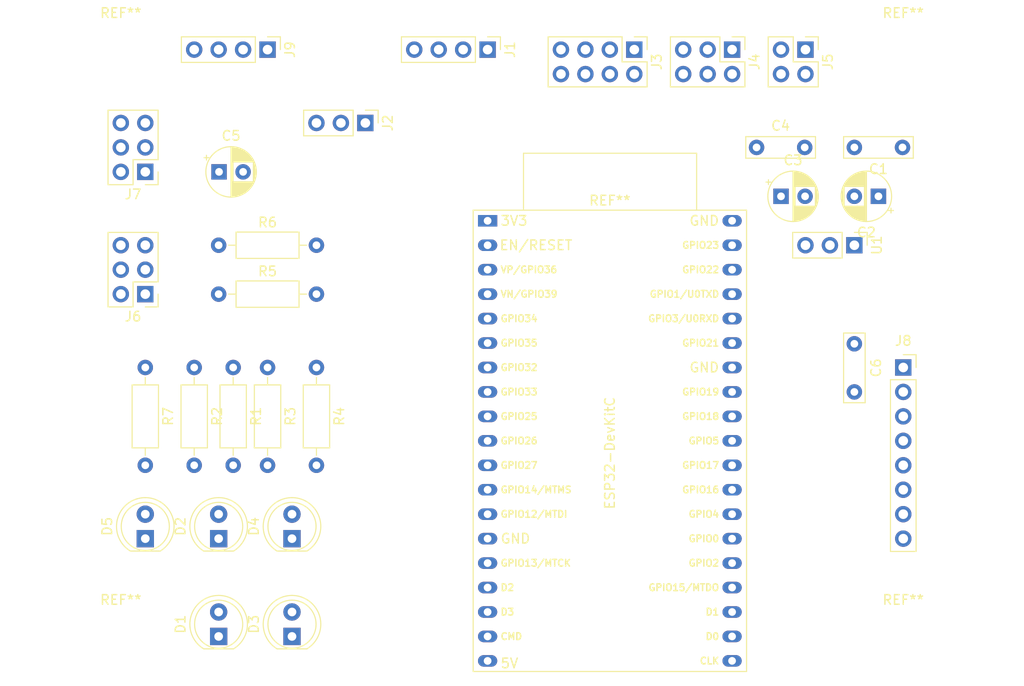
<source format=kicad_pcb>
(kicad_pcb (version 20221018) (generator pcbnew)
  (layers (0 "F.Cu" signal) (31 "B.Cu" signal) (34 "B.Paste" user) (35 "F.Paste" user) (36 "B.SilkS" user "B.Silkscreen") (37 "F.SilkS" user "F.Silkscreen") (38 "B.Mask" user) (39 "F.Mask" user) (44 "Edge.Cuts" user))
  (net 0 "")
  (net 1 "+5VD")
  (net 2 "GND")
  (net 3 "+3V3")
  (net 4 "Net-(C5-Pad1)")
  (net 5 "Net-(D1-A)")
  (net 6 "Net-(D2-A)")
  (net 7 "Net-(D3-A)")
  (net 8 "Net-(D4-A)")
  (net 9 "Net-(D5-A)")
  (net 49 "+12V")
  (footprint "Connector_PinHeader_2.54mm:PinHeader_2x03_P2.54mm_Vertical" (layer "F.Cu") (at 88.9 78.74 180)
    (fp_text reference "J7" (at 1.27 -2.33) (layer "F.SilkS"))
    (fp_text value "5V")
    (pad "1" thru_hole rect (at 0 0 180) (size 1.7 1.7) (drill 1) (layers "*.Cu" "*.Mask") (net 1 "+5VD"))
    (pad "2" thru_hole oval (at 2.54 0 180) (size 1.7 1.7) (drill 1) (layers "*.Cu" "*.Mask") (net 2 "GND"))
    (pad "3" thru_hole oval (at 0 2.54 180) (size 1.7 1.7) (drill 1) (layers "*.Cu" "*.Mask") (net 1 "+5VD"))
    (pad "4" thru_hole oval (at 2.54 2.54 180) (size 1.7 1.7) (drill 1) (layers "*.Cu" "*.Mask") (net 2 "GND"))
    (pad "5" thru_hole oval (at 0 5.08 180) (size 1.7 1.7) (drill 1) (layers "*.Cu" "*.Mask") (net 1 "+5VD"))
    (pad "6" thru_hole oval (at 2.54 5.08 180) (size 1.7 1.7) (drill 1) (layers "*.Cu" "*.Mask") (net 2 "GND"))
  )
  (footprint "LED_THT:LED_D5.0mm" (layer "F.Cu") (at 96.52 127 90)
    (fp_text reference "D1" (at 1.27 -3.96 90) (layer "F.SilkS"))
    (fp_text value "LED LB")
    (pad "1" thru_hole rect (at 0 0 90) (size 1.8 1.8) (drill 0.9) (layers "*.Cu" "*.Mask") (net 2 "GND"))
    (pad "2" thru_hole circle (at 2.54 0 90) (size 1.8 1.8) (drill 0.9) (layers "*.Cu" "*.Mask") (net 5 "Net-(D1-A)"))
  )
  (footprint "Resistor_THT:R_Axial_DIN0207_L6.3mm_D2.5mm_P10.16mm_Horizontal" (layer "F.Cu") (at 88.9 99.06 -90)
    (fp_text reference "R7" (at 5.08 -2.37 90) (layer "F.SilkS"))
    (fp_text value "1K")
    (pad "1" thru_hole circle (at 0 0 270) (size 1.6 1.6) (drill 0.8) (layers "*.Cu" "*.Mask"))
    (pad "2" thru_hole oval (at 10.16 0 270) (size 1.6 1.6) (drill 0.8) (layers "*.Cu" "*.Mask") (net 9 "Net-(D5-A)"))
  )
  (footprint "Capacitor_THT:C_Rect_L7.0mm_W2.0mm_P5.00mm" (layer "F.Cu") (at 162.56 96.6 -90)
    (fp_text reference "C6" (at 2.5 -2.25 90) (layer "F.SilkS"))
    (fp_text value "1n")
    (pad "1" thru_hole circle (at 0 0 270) (size 1.6 1.6) (drill 0.8) (layers "*.Cu" "*.Mask") (net 3 "+3V3"))
    (pad "2" thru_hole circle (at 5 0 270) (size 1.6 1.6) (drill 0.8) (layers "*.Cu" "*.Mask") (net 2 "GND"))
  )
  (footprint "Capacitor_THT:CP_Radial_D5.0mm_P2.50mm" (layer "F.Cu") (at 165.06 81.28 180)
    (fp_text reference "C2" (at 1.25 -3.75) (layer "F.SilkS"))
    (fp_text value "22uF")
    (pad "1" thru_hole rect (at 0 0 180) (size 1.6 1.6) (drill 0.8) (layers "*.Cu" "*.Mask") (net 1 "+5VD"))
    (pad "2" thru_hole circle (at 2.5 0 180) (size 1.6 1.6) (drill 0.8) (layers "*.Cu" "*.Mask") (net 2 "GND"))
  )
  (footprint "Connector_PinHeader_2.54mm:PinHeader_1x03_P2.54mm_Vertical" (layer "F.Cu") (at 111.76 73.66 -90)
    (fp_text reference "J2" (at 0 -2.33 90) (layer "F.SilkS"))
    (fp_text value "Servo")
    (pad "1" thru_hole rect (at 0 0 270) (size 1.7 1.7) (drill 1) (layers "*.Cu" "*.Mask"))
    (pad "2" thru_hole oval (at 0 2.54 270) (size 1.7 1.7) (drill 1) (layers "*.Cu" "*.Mask"))
    (pad "3" thru_hole oval (at 0 5.08 270) (size 1.7 1.7) (drill 1) (layers "*.Cu" "*.Mask"))
  )
  (footprint "Connector_PinSocket_2.54mm:PinSocket_1x08_P2.54mm_Vertical" (layer "F.Cu") (at 167.64 99.06)
    (fp_text reference "J8" (at 0 -2.77) (layer "F.SilkS"))
    (fp_text value "GY521")
    (pad "1" thru_hole rect (at 0 0) (size 1.7 1.7) (drill 1) (layers "*.Cu" "*.Mask") (net 3 "+3V3"))
    (pad "2" thru_hole oval (at 0 2.54) (size 1.7 1.7) (drill 1) (layers "*.Cu" "*.Mask") (net 2 "GND"))
    (pad "3" thru_hole oval (at 0 5.08) (size 1.7 1.7) (drill 1) (layers "*.Cu" "*.Mask"))
    (pad "4" thru_hole oval (at 0 7.62) (size 1.7 1.7) (drill 1) (layers "*.Cu" "*.Mask"))
    (pad "5" thru_hole oval (at 0 10.16) (size 1.7 1.7) (drill 1) (layers "*.Cu" "*.Mask"))
    (pad "6" thru_hole oval (at 0 12.7) (size 1.7 1.7) (drill 1) (layers "*.Cu" "*.Mask"))
    (pad "7" thru_hole oval (at 0 15.24) (size 1.7 1.7) (drill 1) (layers "*.Cu" "*.Mask"))
    (pad "8" thru_hole oval (at 0 17.78) (size 1.7 1.7) (drill 1) (layers "*.Cu" "*.Mask"))
  )
  (footprint "Connector_PinHeader_2.54mm:PinHeader_2x02_P2.54mm_Vertical" (layer "F.Cu") (at 157.48 66.04 -90)
    (fp_text reference "J5" (at 1.27 -2.33 90) (layer "F.SilkS"))
    (fp_text value "Contact Sensors")
    (pad "1" thru_hole rect (at 0 0 270) (size 1.7 1.7) (drill 1) (layers "*.Cu" "*.Mask"))
    (pad "2" thru_hole oval (at 2.54 0 270) (size 1.7 1.7) (drill 1) (layers "*.Cu" "*.Mask"))
    (pad "3" thru_hole oval (at 0 2.54 270) (size 1.7 1.7) (drill 1) (layers "*.Cu" "*.Mask"))
    (pad "4" thru_hole oval (at 2.54 2.54 270) (size 1.7 1.7) (drill 1) (layers "*.Cu" "*.Mask"))
  )
  (footprint "LED_THT:LED_D5.0mm" (layer "F.Cu") (at 104.14 127 90)
    (fp_text reference "D3" (at 1.27 -3.96 90) (layer "F.SilkS"))
    (fp_text value "LED RB")
    (pad "1" thru_hole rect (at 0 0 90) (size 1.8 1.8) (drill 0.9) (layers "*.Cu" "*.Mask") (net 2 "GND"))
    (pad "2" thru_hole circle (at 2.54 0 90) (size 1.8 1.8) (drill 0.9) (layers "*.Cu" "*.Mask") (net 7 "Net-(D3-A)"))
  )
  (footprint "Connector_PinHeader_2.54mm:PinHeader_1x03_P2.54mm_Vertical" (layer "F.Cu") (at 162.56 86.36 -90)
    (fp_text reference "U1" (at 0 -2.33 90) (layer "F.SilkS"))
    (fp_text value "3V3")
    (pad "1" thru_hole rect (at 0 0 270) (size 1.7 1.7) (drill 1) (layers "*.Cu" "*.Mask") (net 1 "+5VD"))
    (pad "2" thru_hole oval (at 0 2.54 270) (size 1.7 1.7) (drill 1) (layers "*.Cu" "*.Mask") (net 2 "GND"))
    (pad "3" thru_hole oval (at 0 5.08 270) (size 1.7 1.7) (drill 1) (layers "*.Cu" "*.Mask") (net 3 "+3V3"))
  )
  (footprint "Capacitor_THT:C_Rect_L7.0mm_W2.0mm_P5.00mm" (layer "F.Cu") (at 152.4 76.2)
    (fp_text reference "C4" (at 2.5 -2.25) (layer "F.SilkS"))
    (fp_text value "1n")
    (pad "1" thru_hole circle (at 0 0) (size 1.6 1.6) (drill 0.8) (layers "*.Cu" "*.Mask") (net 3 "+3V3"))
    (pad "2" thru_hole circle (at 5 0) (size 1.6 1.6) (drill 0.8) (layers "*.Cu" "*.Mask") (net 2 "GND"))
  )
  (footprint "Connector_PinHeader_2.54mm:PinHeader_2x03_P2.54mm_Vertical" (layer "F.Cu") (at 88.9 91.44 180)
    (fp_text reference "J6" (at 1.27 -2.33) (layer "F.SilkS"))
    (fp_text value "12V")
    (pad "1" thru_hole rect (at 0 0 180) (size 1.7 1.7) (drill 1) (layers "*.Cu" "*.Mask") (net 49 "+12V"))
    (pad "2" thru_hole oval (at 2.54 0 180) (size 1.7 1.7) (drill 1) (layers "*.Cu" "*.Mask") (net 2 "GND"))
    (pad "3" thru_hole oval (at 0 2.54 180) (size 1.7 1.7) (drill 1) (layers "*.Cu" "*.Mask") (net 49 "+12V"))
    (pad "4" thru_hole oval (at 2.54 2.54 180) (size 1.7 1.7) (drill 1) (layers "*.Cu" "*.Mask") (net 2 "GND"))
    (pad "5" thru_hole oval (at 0 5.08 180) (size 1.7 1.7) (drill 1) (layers "*.Cu" "*.Mask") (net 49 "+12V"))
    (pad "6" thru_hole oval (at 2.54 5.08 180) (size 1.7 1.7) (drill 1) (layers "*.Cu" "*.Mask") (net 2 "GND"))
  )
  (footprint "Capacitor_THT:CP_Radial_D5.0mm_P2.50mm" (layer "F.Cu") (at 96.56 78.74)
    (fp_text reference "C5" (at 1.25 -3.75) (layer "F.SilkS"))
    (fp_text value "22uF")
    (pad "1" thru_hole rect (at 0 0) (size 1.6 1.6) (drill 0.8) (layers "*.Cu" "*.Mask") (net 4 "Net-(C5-Pad1)"))
    (pad "2" thru_hole circle (at 2.5 0) (size 1.6 1.6) (drill 0.8) (layers "*.Cu" "*.Mask") (net 2 "GND"))
  )
  (footprint "Connector_PinHeader_2.54mm:PinHeader_1x04_P2.54mm_Vertical" (layer "F.Cu") (at 124.46 66.04 -90)
    (fp_text reference "J1" (at 0 -2.33 90) (layer "F.SilkS"))
    (fp_text value "SR04")
    (pad "1" thru_hole rect (at 0 0 270) (size 1.7 1.7) (drill 1) (layers "*.Cu" "*.Mask"))
    (pad "2" thru_hole oval (at 0 2.54 270) (size 1.7 1.7) (drill 1) (layers "*.Cu" "*.Mask"))
    (pad "3" thru_hole oval (at 0 5.08 270) (size 1.7 1.7) (drill 1) (layers "*.Cu" "*.Mask"))
    (pad "4" thru_hole oval (at 0 7.62 270) (size 1.7 1.7) (drill 1) (layers "*.Cu" "*.Mask"))
  )
  (footprint "PCM_Espressif:ESP32-DevKitC" (layer "F.Cu") (at 124.46 83.82)
    (fp_text reference "REF**" (at 12.7 -2.1) (layer "F.SilkS"))
    (fp_text value "ESP32-DevKitC" (at 12.7 24.13 90) (layer "F.SilkS"))
    (fp_text user "GPIO18" (at 24.13 20.32 unlocked) (layer "F.SilkS") (effects (font (size 0.7 0.7)) (justify right)))
    (fp_text user "GPIO1/U0TXD" (at 24.13 7.62 unlocked) (layer "F.SilkS") (effects (font (size 0.7 0.7)) (justify right)))
    (fp_text user "D0" (at 24.13 43.18 unlocked) (layer "F.SilkS") (effects (font (size 0.7 0.7)) (justify right)))
    (fp_text user "GPIO13/MTCK" (at 1.27 35.56 unlocked) (layer "F.SilkS") (effects (font (size 0.7 0.7)) (justify left)))
    (fp_text user "GPIO16" (at 24.13 27.94 unlocked) (layer "F.SilkS") (effects (font (size 0.7 0.7)) (justify right)))
    (fp_text user "GPIO27" (at 1.27 25.4 unlocked) (layer "F.SilkS") (effects (font (size 0.7 0.7)) (justify left)))
    (fp_text user "GPIO5" (at 24.13 22.86 unlocked) (layer "F.SilkS") (effects (font (size 0.7 0.7)) (justify right)))
    (fp_text user "GPIO17" (at 24.13 25.4 unlocked) (layer "F.SilkS") (effects (font (size 0.7 0.7)) (justify right)))
    (fp_text user "GPIO12/MTDI" (at 1.27 30.48 unlocked) (layer "F.SilkS") (effects (font (size 0.7 0.7)) (justify left)))
    (fp_text user "GPIO19" (at 24.13 17.78 unlocked) (layer "F.SilkS") (effects (font (size 0.7 0.7)) (justify right)))
    (fp_text user "GPIO32" (at 1.27 15.24 unlocked) (layer "F.SilkS") (effects (font (size 0.7 0.7)) (justify left)))
    (fp_text user "D3" (at 1.27 40.64 unlocked) (layer "F.SilkS") (effects (font (size 0.7 0.7)) (justify left)))
    (fp_text user "GPIO15/MTDO" (at 24.13 38.1 unlocked) (layer "F.SilkS") (effects (font (size 0.7 0.7)) (justify right)))
    (fp_text user "VN/GPIO39" (at 1.27 7.62 unlocked) (layer "F.SilkS") (effects (font (size 0.7 0.7)) (justify left)))
    (fp_text user "GPIO35" (at 1.27 12.7 unlocked) (layer "F.SilkS") (effects (font (size 0.7 0.7)) (justify left)))
    (fp_text user "GPIO22" (at 24.13 5.08 unlocked) (layer "F.SilkS") (effects (font (size 0.7 0.7)) (justify right)))
    (fp_text user "GPIO34" (at 1.27 10.16 unlocked) (layer "F.SilkS") (effects (font (size 0.7 0.7)) (justify left)))
    (fp_text user "GPIO4" (at 24.13 30.48 unlocked) (layer "F.SilkS") (effects (font (size 0.7 0.7)) (justify right)))
    (fp_text user "GPIO2" (at 24.13 35.56 unlocked) (layer "F.SilkS") (effects (font (size 0.7 0.7)) (justify right)))
    (fp_text user "GPIO23" (at 24.13 2.54 unlocked) (layer "F.SilkS") (effects (font (size 0.7 0.7)) (justify right)))
    (fp_text user "3V3" (at 1.27 0 unlocked) (layer "F.SilkS") (effects (justify left)))
    (fp_text user "CLK" (at 24.13 45.72 unlocked) (layer "F.SilkS") (effects (font (size 0.7 0.7)) (justify right)))
    (fp_text user "EN/RESET" (at 8.88632 2.53728 unlocked) (layer "F.SilkS") (effects (justify right)))
    (fp_text user "GPIO25" (at 1.27 20.32 unlocked) (layer "F.SilkS") (effects (font (size 0.7 0.7)) (justify left)))
    (fp_text user "GND" (at 1.27 33.02 unlocked) (layer "F.SilkS") (effects (justify left)))
    (fp_text user "GPIO21" (at 24.13 12.7 unlocked) (layer "F.SilkS") (effects (font (size 0.7 0.7)) (justify right)))
    (fp_text user "GPIO3/U0RXD" (at 24.13 10.16 unlocked) (layer "F.SilkS") (effects (font (size 0.7 0.7)) (justify right)))
    (fp_text user "GPIO0" (at 24.13 33.02 unlocked) (layer "F.SilkS") (effects (font (size 0.7 0.7)) (justify right)))
    (fp_text user "VP/GPIO36" (at 1.27 5.08 unlocked) (layer "F.SilkS") (effects (font (size 0.7 0.7)) (justify left)))
    (fp_text user "D2" (at 1.27 38.1 unlocked) (layer "F.SilkS") (effects (font (size 0.7 0.7)) (justify left)))
    (fp_text user "5V" (at 1.26632 45.97128 unlocked) (layer "F.SilkS") (effects (justify left)))
    (fp_text user "GPIO14/MTMS" (at 1.27 27.94 unlocked) (layer "F.SilkS") (effects (font (size 0.7 0.7)) (justify left)))
    (fp_text user "GPIO33" (at 1.27 17.78 unlocked) (layer "F.SilkS") (effects (font (size 0.7 0.7)) (justify left)))
    (fp_text user "GND" (at 24.13 0 unlocked) (layer "F.SilkS") (effects (justify right)))
    (fp_text user "GPIO26" (at 1.27 22.86 unlocked) (layer "F.SilkS") (effects (font (size 0.7 0.7)) (justify left)))
    (fp_text user "CMD" (at 1.27 43.18 unlocked) (layer "F.SilkS") (effects (font (size 0.7 0.7)) (justify left)))
    (fp_text user "D1" (at 24.13 40.64 unlocked) (layer "F.SilkS") (effects (font (size 0.7 0.7)) (justify right)))
    (fp_text user "GND" (at 24.13 15.24 unlocked) (layer "F.SilkS") (effects (justify right)))
    (pad "1" thru_hole rect (at 0 0 270) (size 1.2 2) (drill 0.8) (layers "*.Cu" "*.Mask"))
    (pad "2" thru_hole oval (at 0 2.54 270) (size 1.2 2) (drill 0.8) (layers "*.Cu" "*.Mask"))
    (pad "3" thru_hole oval (at 0 5.08 270) (size 1.2 2) (drill 0.8) (layers "*.Cu" "*.Mask"))
    (pad "4" thru_hole oval (at 0 7.62 270) (size 1.2 2) (drill 0.8) (layers "*.Cu" "*.Mask"))
    (pad "5" thru_hole oval (at 0 10.16 270) (size 1.2 2) (drill 0.8) (layers "*.Cu" "*.Mask"))
    (pad "6" thru_hole oval (at 0 12.7 270) (size 1.2 2) (drill 0.8) (layers "*.Cu" "*.Mask"))
    (pad "7" thru_hole oval (at 0 15.24 270) (size 1.2 2) (drill 0.8) (layers "*.Cu" "*.Mask"))
    (pad "8" thru_hole oval (at 0 17.78 270) (size 1.2 2) (drill 0.8) (layers "*.Cu" "*.Mask"))
    (pad "9" thru_hole oval (at 0 20.32 270) (size 1.2 2) (drill 0.8) (layers "*.Cu" "*.Mask"))
    (pad "10" thru_hole oval (at 0 22.86 270) (size 1.2 2) (drill 0.8) (layers "*.Cu" "*.Mask"))
    (pad "11" thru_hole oval (at 0 25.4 270) (size 1.2 2) (drill 0.8) (layers "*.Cu" "*.Mask"))
    (pad "12" thru_hole oval (at 0 27.94 270) (size 1.2 2) (drill 0.8) (layers "*.Cu" "*.Mask"))
    (pad "13" thru_hole oval (at 0 30.48 270) (size 1.2 2) (drill 0.8) (layers "*.Cu" "*.Mask"))
    (pad "14" thru_hole oval (at 0 33.02 270) (size 1.2 2) (drill 0.8) (layers "*.Cu" "*.Mask"))
    (pad "15" thru_hole oval (at 0 35.56 270) (size 1.2 2) (drill 0.8) (layers "*.Cu" "*.Mask"))
    (pad "16" thru_hole oval (at 0 38.1 270) (size 1.2 2) (drill 0.8) (layers "*.Cu" "*.Mask"))
    (pad "17" thru_hole oval (at 0 40.64 270) (size 1.2 2) (drill 0.8) (layers "*.Cu" "*.Mask"))
    (pad "18" thru_hole oval (at 0 43.18 270) (size 1.2 2) (drill 0.8) (layers "*.Cu" "*.Mask"))
    (pad "19" thru_hole oval (at 0 45.72 270) (size 1.2 2) (drill 0.8) (layers "*.Cu" "*.Mask"))
    (pad "20" thru_hole oval (at 25.39632 45.71728 270) (size 1.2 2) (drill 0.8) (layers "*.Cu" "*.Mask"))
    (pad "21" thru_hole oval (at 25.39632 43.17728 270) (size 1.2 2) (drill 0.8) (layers "*.Cu" "*.Mask"))
    (pad "22" thru_hole oval (at 25.4 40.64 270) (size 1.2 2) (drill 0.8) (layers "*.Cu" "*.Mask"))
    (pad "23" thru_hole oval (at 25.4 38.1 270) (size 1.2 2) (drill 0.8) (layers "*.Cu" "*.Mask"))
    (pad "24" thru_hole oval (at 25.4 35.56 270) (size 1.2 2) (drill 0.8) (layers "*.Cu" "*.Mask"))
    (pad "25" thru_hole oval (at 25.4 33.02 270) (size 1.2 2) (drill 0.8) (layers "*.Cu" "*.Mask"))
    (pad "26" thru_hole oval (at 25.4 30.48 270) (size 1.2 2) (drill 0.8) (layers "*.Cu" "*.Mask"))
    (pad "27" thru_hole oval (at 25.4 27.94 270) (size 1.2 2) (drill 0.8) (layers "*.Cu" "*.Mask"))
    (pad "28" thru_hole oval (at 25.4 25.4 270) (size 1.2 2) (drill 0.8) (layers "*.Cu" "*.Mask"))
    (pad "29" thru_hole oval (at 25.4 22.86 270) (size 1.2 2) (drill 0.8) (layers "*.Cu" "*.Mask"))
    (pad "30" thru_hole oval (at 25.4 20.32 270) (size 1.2 2) (drill 0.8) (layers "*.Cu" "*.Mask"))
    (pad "31" thru_hole oval (at 25.4 17.78 270) (size 1.2 2) (drill 0.8) (layers "*.Cu" "*.Mask"))
    (pad "32" thru_hole oval (at 25.4 15.24 270) (size 1.2 2) (drill 0.8) (layers "*.Cu" "*.Mask"))
    (pad "33" thru_hole oval (at 25.4 12.7 270) (size 1.2 2) (drill 0.8) (layers "*.Cu" "*.Mask"))
    (pad "34" thru_hole oval (at 25.4 10.16 270) (size 1.2 2) (drill 0.8) (layers "*.Cu" "*.Mask"))
    (pad "35" thru_hole oval (at 25.4 7.62 270) (size 1.2 2) (drill 0.8) (layers "*.Cu" "*.Mask"))
    (pad "36" thru_hole oval (at 25.4 5.08 270) (size 1.2 2) (drill 0.8) (layers "*.Cu" "*.Mask"))
    (pad "37" thru_hole oval (at 25.4 2.54 270) (size 1.2 2) (drill 0.8) (layers "*.Cu" "*.Mask"))
    (pad "38" thru_hole oval (at 25.4 0 270) (size 1.2 2) (drill 0.8) (layers "*.Cu" "*.Mask"))
  )
  (footprint "LED_THT:LED_D5.0mm" (layer "F.Cu") (at 104.14 116.84 90)
    (fp_text reference "D4" (at 1.27 -3.96 90) (layer "F.SilkS"))
    (fp_text value "LED RF")
    (pad "1" thru_hole rect (at 0 0 90) (size 1.8 1.8) (drill 0.9) (layers "*.Cu" "*.Mask") (net 2 "GND"))
    (pad "2" thru_hole circle (at 2.54 0 90) (size 1.8 1.8) (drill 0.9) (layers "*.Cu" "*.Mask") (net 8 "Net-(D4-A)"))
  )
  (footprint "Resistor_THT:R_Axial_DIN0207_L6.3mm_D2.5mm_P10.16mm_Horizontal" (layer "F.Cu") (at 106.68 99.06 -90)
    (fp_text reference "R4" (at 5.08 -2.37 90) (layer "F.SilkS"))
    (fp_text value "1K")
    (pad "1" thru_hole circle (at 0 0 270) (size 1.6 1.6) (drill 0.8) (layers "*.Cu" "*.Mask"))
    (pad "2" thru_hole oval (at 10.16 0 270) (size 1.6 1.6) (drill 0.8) (layers "*.Cu" "*.Mask") (net 8 "Net-(D4-A)"))
  )
  (footprint "Capacitor_THT:C_Rect_L7.0mm_W2.0mm_P5.00mm" (layer "F.Cu") (at 167.56 76.2 180)
    (fp_text reference "C1" (at 2.5 -2.25) (layer "F.SilkS"))
    (fp_text value "1n")
    (pad "1" thru_hole circle (at 0 0 180) (size 1.6 1.6) (drill 0.8) (layers "*.Cu" "*.Mask") (net 1 "+5VD"))
    (pad "2" thru_hole circle (at 5 0 180) (size 1.6 1.6) (drill 0.8) (layers "*.Cu" "*.Mask") (net 2 "GND"))
  )
  (footprint "MountingHole:MountingHole_3.2mm_M3_DIN965" (layer "F.Cu") (at 86.36 66.04)
    (fp_text reference "REF**" (at 0 -3.8) (layer "F.SilkS"))
    (fp_text value "MountingHole_3.2mm_M3_DIN965")
    (pad "" np_thru_hole circle (at 0 0) (size 3.2 3.2) (drill 3.2) (layers "F&B.Cu" "*.Mask"))
  )
  (footprint "Resistor_THT:R_Axial_DIN0207_L6.3mm_D2.5mm_P10.16mm_Horizontal" (layer "F.Cu") (at 98.03 99.06 -90)
    (fp_text reference "R1" (at 5.08 -2.37 90) (layer "F.SilkS"))
    (fp_text value "1K")
    (pad "1" thru_hole circle (at 0 0 270) (size 1.6 1.6) (drill 0.8) (layers "*.Cu" "*.Mask"))
    (pad "2" thru_hole oval (at 10.16 0 270) (size 1.6 1.6) (drill 0.8) (layers "*.Cu" "*.Mask") (net 5 "Net-(D1-A)"))
  )
  (footprint "Resistor_THT:R_Axial_DIN0207_L6.3mm_D2.5mm_P10.16mm_Horizontal" (layer "F.Cu") (at 93.98 99.06 -90)
    (fp_text reference "R2" (at 5.08 -2.37 90) (layer "F.SilkS"))
    (fp_text value "1K")
    (pad "1" thru_hole circle (at 0 0 270) (size 1.6 1.6) (drill 0.8) (layers "*.Cu" "*.Mask"))
    (pad "2" thru_hole oval (at 10.16 0 270) (size 1.6 1.6) (drill 0.8) (layers "*.Cu" "*.Mask") (net 6 "Net-(D2-A)"))
  )
  (footprint "Resistor_THT:R_Axial_DIN0207_L6.3mm_D2.5mm_P10.16mm_Horizontal" (layer "F.Cu") (at 96.52 86.36)
    (fp_text reference "R6" (at 5.08 -2.37) (layer "F.SilkS"))
    (fp_text value "2K")
    (pad "1" thru_hole circle (at 0 0) (size 1.6 1.6) (drill 0.8) (layers "*.Cu" "*.Mask") (net 4 "Net-(C5-Pad1)"))
    (pad "2" thru_hole oval (at 10.16 0) (size 1.6 1.6) (drill 0.8) (layers "*.Cu" "*.Mask") (net 2 "GND"))
  )
  (footprint "Resistor_THT:R_Axial_DIN0207_L6.3mm_D2.5mm_P10.16mm_Horizontal" (layer "F.Cu") (at 101.6 99.06 -90)
    (fp_text reference "R3" (at 5.08 -2.37 90) (layer "F.SilkS"))
    (fp_text value "1K")
    (pad "1" thru_hole circle (at 0 0 270) (size 1.6 1.6) (drill 0.8) (layers "*.Cu" "*.Mask"))
    (pad "2" thru_hole oval (at 10.16 0 270) (size 1.6 1.6) (drill 0.8) (layers "*.Cu" "*.Mask") (net 7 "Net-(D3-A)"))
  )
  (footprint "MountingHole:MountingHole_3.2mm_M3_DIN965" (layer "F.Cu") (at 86.36 127)
    (fp_text reference "REF**" (at 0 -3.8) (layer "F.SilkS"))
    (fp_text value "MountingHole_3.2mm_M3_DIN965")
    (pad "" np_thru_hole circle (at 0 0) (size 3.2 3.2) (drill 3.2) (layers "F&B.Cu" "*.Mask"))
  )
  (footprint "MountingHole:MountingHole_3.2mm_M3_DIN965" (layer "F.Cu") (at 167.64 66.04)
    (fp_text reference "REF**" (at 0 -3.8) (layer "F.SilkS"))
    (fp_text value "MountingHole_3.2mm_M3_DIN965")
    (pad "" np_thru_hole circle (at 0 0) (size 3.2 3.2) (drill 3.2) (layers "F&B.Cu" "*.Mask"))
  )
  (footprint "Connector_PinHeader_2.54mm:PinHeader_1x04_P2.54mm_Vertical" (layer "F.Cu") (at 101.6 66.04 -90)
    (fp_text reference "J9" (at 0 -2.33 90) (layer "F.SilkS"))
    (fp_text value "LCD")
    (pad "1" thru_hole rect (at 0 0 270) (size 1.7 1.7) (drill 1) (layers "*.Cu" "*.Mask"))
    (pad "2" thru_hole oval (at 0 2.54 270) (size 1.7 1.7) (drill 1) (layers "*.Cu" "*.Mask"))
    (pad "3" thru_hole oval (at 0 5.08 270) (size 1.7 1.7) (drill 1) (layers "*.Cu" "*.Mask"))
    (pad "4" thru_hole oval (at 0 7.62 270) (size 1.7 1.7) (drill 1) (layers "*.Cu" "*.Mask"))
  )
  (footprint "Connector_PinHeader_2.54mm:PinHeader_2x04_P2.54mm_Vertical" (layer "F.Cu") (at 139.7 66.04 -90)
    (fp_text reference "J3" (at 1.27 -2.33 90) (layer "F.SilkS"))
    (fp_text value "Motor Drivers")
    (pad "1" thru_hole rect (at 0 0 270) (size 1.7 1.7) (drill 1) (layers "*.Cu" "*.Mask"))
    (pad "2" thru_hole oval (at 2.54 0 270) (size 1.7 1.7) (drill 1) (layers "*.Cu" "*.Mask"))
    (pad "3" thru_hole oval (at 0 2.54 270) (size 1.7 1.7) (drill 1) (layers "*.Cu" "*.Mask"))
    (pad "4" thru_hole oval (at 2.54 2.54 270) (size 1.7 1.7) (drill 1) (layers "*.Cu" "*.Mask"))
    (pad "5" thru_hole oval (at 0 5.08 270) (size 1.7 1.7) (drill 1) (layers "*.Cu" "*.Mask"))
    (pad "6" thru_hole oval (at 2.54 5.08 270) (size 1.7 1.7) (drill 1) (layers "*.Cu" "*.Mask"))
    (pad "7" thru_hole oval (at 0 7.62 270) (size 1.7 1.7) (drill 1) (layers "*.Cu" "*.Mask"))
    (pad "8" thru_hole oval (at 2.54 7.62 270) (size 1.7 1.7) (drill 1) (layers "*.Cu" "*.Mask"))
  )
  (footprint "LED_THT:LED_D5.0mm" (layer "F.Cu") (at 96.52 116.84 90)
    (fp_text reference "D2" (at 1.27 -3.96 90) (layer "F.SilkS"))
    (fp_text value "LED LF")
    (pad "1" thru_hole rect (at 0 0 90) (size 1.8 1.8) (drill 0.9) (layers "*.Cu" "*.Mask") (net 2 "GND"))
    (pad "2" thru_hole circle (at 2.54 0 90) (size 1.8 1.8) (drill 0.9) (layers "*.Cu" "*.Mask") (net 6 "Net-(D2-A)"))
  )
  (footprint "Capacitor_THT:CP_Radial_D5.0mm_P2.50mm" (layer "F.Cu") (at 154.94 81.28)
    (fp_text reference "C3" (at 1.25 -3.75) (layer "F.SilkS"))
    (fp_text value "22uF")
    (pad "1" thru_hole rect (at 0 0) (size 1.6 1.6) (drill 0.8) (layers "*.Cu" "*.Mask") (net 3 "+3V3"))
    (pad "2" thru_hole circle (at 2.5 0) (size 1.6 1.6) (drill 0.8) (layers "*.Cu" "*.Mask") (net 2 "GND"))
  )
  (footprint "Connector_PinHeader_2.54mm:PinHeader_2x03_P2.54mm_Vertical" (layer "F.Cu") (at 149.86 66.04 -90)
    (fp_text reference "J4" (at 1.27 -2.33 90) (layer "F.SilkS"))
    (fp_text value "Motor Sensors")
    (pad "1" thru_hole rect (at 0 0 270) (size 1.7 1.7) (drill 1) (layers "*.Cu" "*.Mask"))
    (pad "2" thru_hole oval (at 2.54 0 270) (size 1.7 1.7) (drill 1) (layers "*.Cu" "*.Mask"))
    (pad "3" thru_hole oval (at 0 2.54 270) (size 1.7 1.7) (drill 1) (layers "*.Cu" "*.Mask"))
    (pad "4" thru_hole oval (at 2.54 2.54 270) (size 1.7 1.7) (drill 1) (layers "*.Cu" "*.Mask"))
    (pad "5" thru_hole oval (at 0 5.08 270) (size 1.7 1.7) (drill 1) (layers "*.Cu" "*.Mask"))
    (pad "6" thru_hole oval (at 2.54 5.08 270) (size 1.7 1.7) (drill 1) (layers "*.Cu" "*.Mask"))
  )
  (footprint "MountingHole:MountingHole_3.2mm_M3_DIN965" (layer "F.Cu") (at 167.64 127)
    (fp_text reference "REF**" (at 0 -3.8) (layer "F.SilkS"))
    (fp_text value "MountingHole_3.2mm_M3_DIN965")
    (pad "" np_thru_hole circle (at 0 0) (size 3.2 3.2) (drill 3.2) (layers "F&B.Cu" "*.Mask"))
  )
  (footprint "Resistor_THT:R_Axial_DIN0207_L6.3mm_D2.5mm_P10.16mm_Horizontal" (layer "F.Cu") (at 96.52 91.44)
    (fp_text reference "R5" (at 5.08 -2.37) (layer "F.SilkS"))
    (fp_text value "10K")
    (pad "1" thru_hole circle (at 0 0) (size 1.6 1.6) (drill 0.8) (layers "*.Cu" "*.Mask") (net 49 "+12V"))
    (pad "2" thru_hole oval (at 10.16 0) (size 1.6 1.6) (drill 0.8) (layers "*.Cu" "*.Mask") (net 4 "Net-(C5-Pad1)"))
  )
  (footprint "LED_THT:LED_D5.0mm" (layer "F.Cu") (at 88.9 116.84 90)
    (fp_text reference "D5" (at 1.27 -3.96 90) (layer "F.SilkS"))
    (fp_text value "LED ERR")
    (pad "1" thru_hole rect (at 0 0 90) (size 1.8 1.8) (drill 0.9) (layers "*.Cu" "*.Mask") (net 2 "GND"))
    (pad "2" thru_hole circle (at 2.54 0 90) (size 1.8 1.8) (drill 0.9) (layers "*.Cu" "*.Mask") (net 9 "Net-(D5-A)"))
  )
)
</source>
